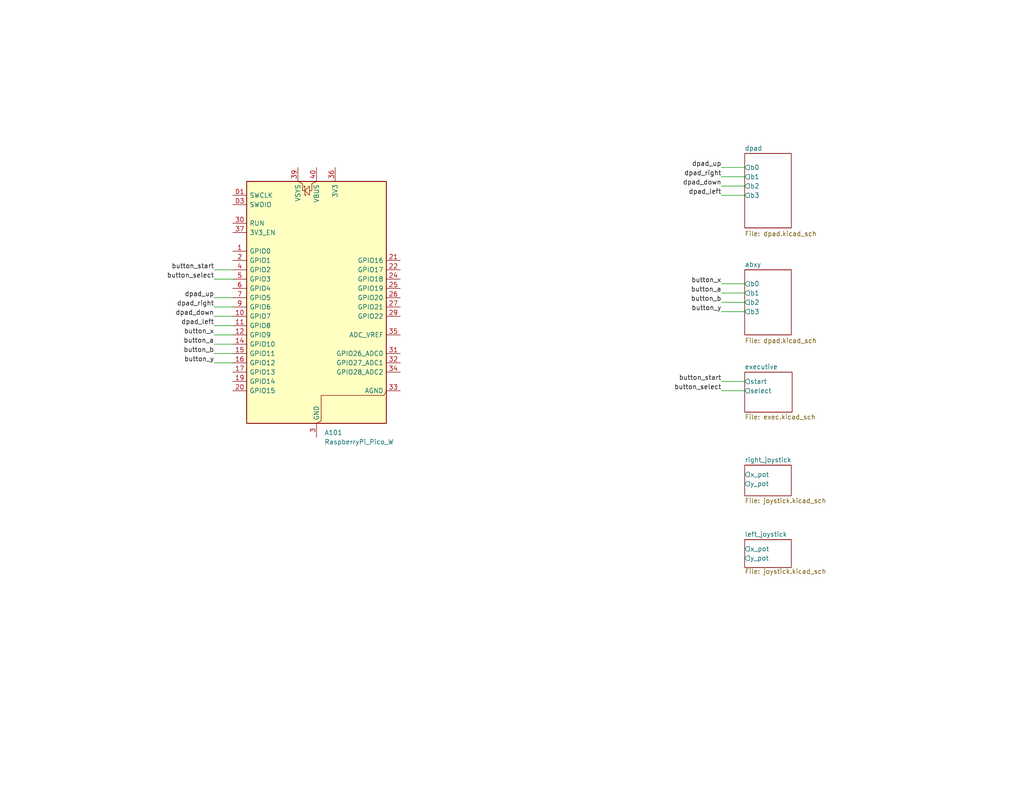
<source format=kicad_sch>
(kicad_sch (version 20250114) (generator "eeschema") (generator_version "9.0")
  (paper "USLetter")
  (lib_symbols
    (symbol "MCU_Module:RaspberryPi_Pico_W_Debug" (pin_names (offset 0.762))
      (property "Reference" "A" (at -19.05 35.56 0))
      (property "Value" "RaspberryPi_Pico_W" (at 7.62 35.56 0))
      (symbol "RaspberryPi_Pico_W_Debug_0_1"
        (rectangle (start -19.05 34.29) (end 19.05 -31.75) (stroke (width 0.254)) (fill (type background)))
        (polyline (pts (xy -5.08 34.29) (xy -3.81 33.655) (xy -3.81 31.75) (xy -3.175 31.75)))
        (polyline (pts (xy -3.429 32.766) (xy -3.429 33.02) (xy -3.175 33.02) (xy -3.175 30.48) (xy -2.921 30.48) (xy -2.921 30.734)))
        (polyline (pts (xy -3.175 31.75) (xy -1.905 33.02) (xy -1.905 30.48) (xy -3.175 31.75)))
        (polyline (pts (xy 0 34.29) (xy -1.27 33.655) (xy -1.27 31.75) (xy -1.905 31.75)))
        (polyline (pts (xy 0 -31.75) (xy 1.27 -31.115) (xy 1.27 -24.13) (xy 18.415 -24.13) (xy 19.05 -22.86)))
      )
      (symbol "RaspberryPi_Pico_W_Debug_1_1"
        (pin input line (at -22.86 30.48 0) (length 3.81) (name "SWCLK") (number "D1"))
        (pin bidirectional line (at -22.86 27.94 0) (length 3.81) (name "SWDIO") (number "D3"))
        (pin passive line (at -22.86 22.86 0) (length 3.81) (name "RUN") (number "30"))
        (pin passive line (at -22.86 20.32 0) (length 3.81) (name "3V3_EN") (number "37"))
        (pin bidirectional line (at -22.86 15.24 0) (length 3.81) (name "GPIO0") (number "1"))
        (pin bidirectional line (at -22.86 12.7 0) (length 3.81) (name "GPIO1") (number "2"))
        (pin bidirectional line (at -22.86 10.16 0) (length 3.81) (name "GPIO2") (number "4"))
        (pin bidirectional line (at -22.86 7.62 0) (length 3.81) (name "GPIO3") (number "5"))
        (pin bidirectional line (at -22.86 5.08 0) (length 3.81) (name "GPIO4") (number "6"))
        (pin bidirectional line (at -22.86 2.54 0) (length 3.81) (name "GPIO5") (number "7"))
        (pin bidirectional line (at -22.86 0 0) (length 3.81) (name "GPIO6") (number "9"))
        (pin bidirectional line (at -22.86 -2.54 0) (length 3.81) (name "GPIO7") (number "10"))
        (pin bidirectional line (at -22.86 -5.08 0) (length 3.81) (name "GPIO8") (number "11"))
        (pin bidirectional line (at -22.86 -7.62 0) (length 3.81) (name "GPIO9") (number "12"))
        (pin bidirectional line (at -22.86 -10.16 0) (length 3.81) (name "GPIO10") (number "14"))
        (pin bidirectional line (at -22.86 -12.7 0) (length 3.81) (name "GPIO11") (number "15"))
        (pin bidirectional line (at -22.86 -15.24 0) (length 3.81) (name "GPIO12") (number "16"))
        (pin bidirectional line (at -22.86 -17.78 0) (length 3.81) (name "GPIO13") (number "17"))
        (pin bidirectional line (at -22.86 -20.32 0) (length 3.81) (name "GPIO14") (number "19"))
        (pin bidirectional line (at -22.86 -22.86 0) (length 3.81) (name "GPIO15") (number "20"))
        (pin power_in line (at -5.08 38.1 270) (length 3.81) (name "VSYS") (number "39"))
        (pin power_out line (at 0 38.1 270) (length 3.81) (name "VBUS") (number "40"))
        (pin passive line (at 0 -35.56 90) (length 3.81) (hide yes) (name "GND") (number "13"))
        (pin passive line (at 0 -35.56 90) (length 3.81) (hide yes) (name "GND") (number "18"))
        (pin passive line (at 0 -35.56 90) (length 3.81) (hide yes) (name "GND") (number "23"))
        (pin passive line (at 0 -35.56 90) (length 3.81) (hide yes) (name "GND") (number "28"))
        (pin power_out line (at 0 -35.56 90) (length 3.81) (name "GND") (number "3"))
        (pin passive line (at 0 -35.56 90) (length 3.81) (hide yes) (name "GND") (number "38"))
        (pin passive line (at 0 -35.56 90) (length 3.81) (hide yes) (name "GND") (number "8"))
        (pin passive line (at 0 -35.56 90) (length 3.81) (hide yes) (name "GND") (number "D2"))
        (pin power_out line (at 5.08 38.1 270) (length 3.81) (name "3V3") (number "36"))
        (pin bidirectional line (at 22.86 12.7 180) (length 3.81) (name "GPIO16") (number "21"))
        (pin bidirectional line (at 22.86 10.16 180) (length 3.81) (name "GPIO17") (number "22"))
        (pin bidirectional line (at 22.86 7.62 180) (length 3.81) (name "GPIO18") (number "24"))
        (pin bidirectional line (at 22.86 5.08 180) (length 3.81) (name "GPIO19") (number "25"))
        (pin bidirectional line (at 22.86 2.54 180) (length 3.81) (name "GPIO20") (number "26"))
        (pin bidirectional line (at 22.86 0 180) (length 3.81) (name "GPIO21") (number "27"))
        (pin bidirectional line (at 22.86 -2.54 180) (length 3.81) (name "GPIO22") (number "29"))
        (pin power_in line (at 22.86 -7.62 180) (length 3.81) (name "ADC_VREF") (number "35"))
        (pin bidirectional line (at 22.86 -12.7 180) (length 3.81) (name "GPIO26_ADC0") (number "31"))
        (pin bidirectional line (at 22.86 -15.24 180) (length 3.81) (name "GPIO27_ADC1") (number "32"))
        (pin bidirectional line (at 22.86 -17.78 180) (length 3.81) (name "GPIO28_ADC2") (number "34"))
        (pin power_out line (at 22.86 -22.86 180) (length 3.81) (name "AGND") (number "33"))
      )
    )
  )
  (wire (pts (xy 58.42 86.36) (xy 63.5 86.36)))
  (wire (pts (xy 58.42 96.52) (xy 63.5 96.52)))
  (wire (pts (xy 58.42 88.9) (xy 63.5 88.9)))
  (wire (pts (xy 58.42 93.98) (xy 63.5 93.98)))
  (wire (pts (xy 196.85 48.26) (xy 203.2 48.26)))
  (wire (pts (xy 58.42 73.66) (xy 63.5 73.66)))
  (wire (pts (xy 196.85 104.14) (xy 203.2 104.14)))
  (wire (pts (xy 58.42 76.2) (xy 63.5 76.2)))
  (wire (pts (xy 58.42 83.82) (xy 63.5 83.82)))
  (wire (pts (xy 58.42 91.44) (xy 63.5 91.44)))
  (wire (pts (xy 196.85 77.47) (xy 203.2 77.47)))
  (wire (pts (xy 58.42 81.28) (xy 63.5 81.28)))
  (wire (pts (xy 196.85 80.01) (xy 203.2 80.01)))
  (wire (pts (xy 58.42 99.06) (xy 63.5 99.06)))
  (wire (pts (xy 196.85 53.34) (xy 203.2 53.34)))
  (wire (pts (xy 196.85 82.55) (xy 203.2 82.55)))
  (wire (pts (xy 196.85 50.8) (xy 203.2 50.8)))
  (wire (pts (xy 196.85 85.09) (xy 203.2 85.09)))
  (wire (pts (xy 196.85 106.68) (xy 203.2 106.68)))
  (wire (pts (xy 196.85 45.72) (xy 203.2 45.72)))
  (label "button_b" (at 58.42 96.52 180))
  (label "button_start" (at 196.85 104.14 180))
  (label "dpad_up" (at 196.85 45.72 180))
  (label "button_start" (at 58.42 73.66 180))
  (label "button_y" (at 196.85 85.09 180))
  (label "button_a" (at 196.85 80.01 180))
  (label "dpad_up" (at 58.42 81.28 180))
  (label "button_x" (at 196.85 77.47 180))
  (label "button_select" (at 196.85 106.68 180))
  (label "button_y" (at 58.42 99.06 180))
  (label "dpad_left" (at 58.42 88.9 180))
  (label "dpad_right" (at 196.85 48.26 180))
  (label "button_x" (at 58.42 91.44 180))
  (label "dpad_right" (at 58.42 83.82 180))
  (label "dpad_down" (at 58.42 86.36 180))
  (label "dpad_down" (at 196.85 50.8 180))
  (label "button_b" (at 196.85 82.55 180))
  (label "dpad_left" (at 196.85 53.34 180))
  (label "button_a" (at 58.42 93.98 180))
  (label "button_select" (at 58.42 76.2 180))
  (symbol (lib_id "MCU_Module:RaspberryPi_Pico_W_Debug") (at 86.36 83.82 0) (unit 1)
    (property "Reference" "A101" (at 88.5033 118.11 0) (effects (justify left)))
    (property "Value" "RaspberryPi_Pico_W" (at 88.5033 120.65 0) (effects (justify left)))
    (property "Footprint" "Module:RaspberryPi_Pico_W_SMD_HandSolder" (effects (hide yes)))
    (property "Datasheet" "https://datasheets.raspberrypi.com/picow/pico-w-datasheet.pdf" (effects (hide yes)))
    (property "Description" "Versatile and inexpensive wireless microcontroller module (with debug pins) powered by RP2040 dual-core Arm Cortex-M0+ processor up to 133 MHz, 264kB SRAM, 2MB QSPI flash, Infineon CYW43439 2.4GHz 802.11n wireless LAN; also supports Raspberry Pi Pico 2 W" (effects (hide yes)))
  )
  (sheet (at 203.2 41.91) (size 12.7 20.32) (stroke (width 0.1524))
    (property "Sheetname" "dpad" (at 203.2 41.1984 0) (effects (justify left bottom)))
    (property "Sheetfile" "dpad.kicad_sch" (at 203.2 63.0686 0) (effects (justify left top)))
    (pin "b0" output (at 203.2 45.72 180))
    (pin "b1" output (at 203.2 48.26 180))
    (pin "b2" output (at 203.2 50.8 180))
    (pin "b3" output (at 203.2 53.34 180))
  )
  (sheet (at 203.2 101.6) (size 12.954 10.922) (stroke (width 0.1524))
    (property "Sheetname" "executive" (at 203.2 100.8884 0) (effects (justify left bottom)))
    (property "Sheetfile" "exec.kicad_sch" (at 203.2 113.1066 0) (effects (justify left top)))
    (pin "select" output (at 203.2 106.68 180))
    (pin "start" output (at 203.2 104.14 180))
  )
  (sheet (at 203.2 73.66) (size 12.7 17.78) (stroke (width 0.1524))
    (property "Sheetname" "abxy" (at 203.2 72.9484 0) (effects (justify left bottom)))
    (property "Sheetfile" "dpad.kicad_sch" (at 203.2 92.2786 0) (effects (justify left top)))
    (pin "b0" output (at 203.2 77.47 180))
    (pin "b1" output (at 203.2 80.01 180))
    (pin "b2" output (at 203.2 82.55 180))
    (pin "b3" output (at 203.2 85.09 180))
  )
  (sheet (at 203.2 127) (size 12.7 8.382) (stroke (width 0.1524))
    (property "Sheetname" "right_joystick" (at 203.2 126.2884 0) (effects (justify left bottom)))
    (property "Sheetfile" "joystick.kicad_sch" (at 203.2 135.9666 0) (effects (justify left top)))
    (pin "x_pot" output (at 203.2 129.54 180))
    (pin "y_pot" output (at 203.2 132.08 180))
  )
  (sheet (at 203.2 147.32) (size 12.7 7.62) (stroke (width 0.1524))
    (property "Sheetname" "left_joystick" (at 203.2 146.6084 0) (effects (justify left bottom)))
    (property "Sheetfile" "joystick.kicad_sch" (at 203.2 155.2706 0) (effects (justify left top)))
    (pin "x_pot" output (at 203.2 149.86 180))
    (pin "y_pot" output (at 203.2 152.4 180))
  )
)
</source>
